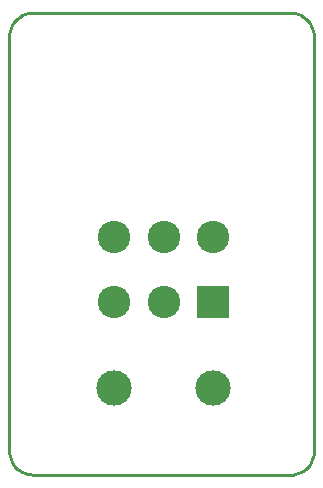
<source format=gbs>
G04*
G04 #@! TF.GenerationSoftware,Altium Limited,Altium Designer,21.7.2 (23)*
G04*
G04 Layer_Color=16711935*
%FSLAX25Y25*%
%MOIN*%
G70*
G04*
G04 #@! TF.SameCoordinates,0BC4D904-7686-419A-8D3B-CA4FD0BABD65*
G04*
G04*
G04 #@! TF.FilePolarity,Negative*
G04*
G01*
G75*
%ADD13C,0.01000*%
%ADD19C,0.11811*%
%ADD20R,0.10827X0.10827*%
%ADD21C,0.10827*%
D13*
X0Y7062D02*
X178Y6107D01*
X470Y5181D01*
X871Y4297D01*
X1376Y3467D01*
X1976Y2704D01*
X2664Y2018D01*
X3430Y1420D01*
X4262Y919D01*
X5148Y521D01*
X6075Y233D01*
X7030Y58D01*
X8000Y0D01*
X7062Y154000D02*
X6107Y153822D01*
X5181Y153530D01*
X4297Y153129D01*
X3467Y152624D01*
X2704Y152024D01*
X2018Y151336D01*
X1420Y150570D01*
X919Y149738D01*
X521Y148852D01*
X233Y147925D01*
X58Y146969D01*
X0Y146000D01*
X94465Y-68D02*
X95420Y110D01*
X96346Y402D01*
X97231Y803D01*
X98061Y1307D01*
X98824Y1908D01*
X99510Y2596D01*
X100107Y3362D01*
X100609Y4193D01*
X101006Y5079D01*
X101295Y6007D01*
X101469Y6962D01*
X101528Y7932D01*
X101500Y146938D02*
X101322Y147892D01*
X101030Y148819D01*
X100629Y149703D01*
X100124Y150533D01*
X99524Y151296D01*
X98836Y151982D01*
X98070Y152580D01*
X97238Y153081D01*
X96352Y153479D01*
X95425Y153767D01*
X94469Y153942D01*
X93500Y154000D01*
X-0Y146500D02*
X0Y7000D01*
X7062Y154000D02*
X93500Y154000D01*
X8000Y-0D02*
X94500Y0D01*
X101500Y147000D02*
X101500Y7869D01*
D19*
X34965Y28787D02*
D03*
X68035D02*
D03*
D20*
Y57528D02*
D03*
D21*
X51500D02*
D03*
X34965D02*
D03*
Y79181D02*
D03*
X51500D02*
D03*
X68035D02*
D03*
M02*

</source>
